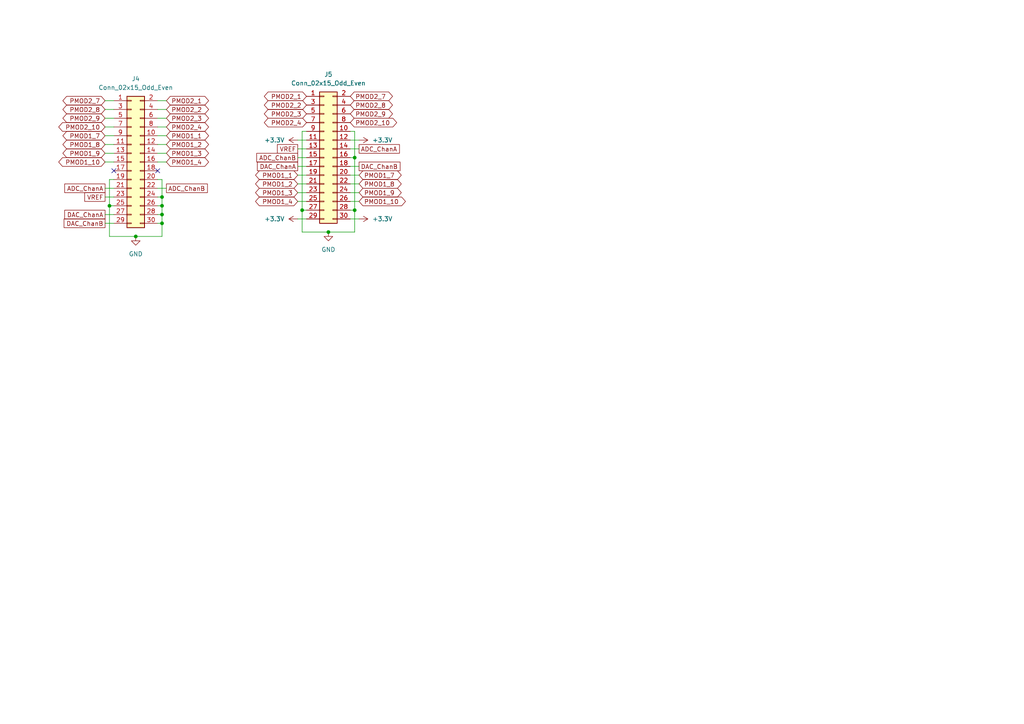
<source format=kicad_sch>
(kicad_sch (version 20230121) (generator eeschema)
  (paper "A4")
  (lib_symbols
    (symbol "Connector_Generic:Conn_02x15_Odd_Even" (pin_names (offset 1.016) hide)
      (property "Reference" "J" (at 1.27 20.32 0))
      (property "Value" "Conn_02x15_Odd_Even" (at 1.27 -20.32 0))
      (symbol "Conn_02x15_Odd_Even_1_1"
        (rectangle (start -1.27 -17.653) (end 0 -17.907) (stroke (width 0.1524)))
        (rectangle (start -1.27 -15.113) (end 0 -15.367) (stroke (width 0.1524)))
        (rectangle (start -1.27 -12.573) (end 0 -12.827) (stroke (width 0.1524)))
        (rectangle (start -1.27 -10.033) (end 0 -10.287) (stroke (width 0.1524)))
        (rectangle (start -1.27 -7.493) (end 0 -7.747) (stroke (width 0.1524)))
        (rectangle (start -1.27 -4.953) (end 0 -5.207) (stroke (width 0.1524)))
        (rectangle (start -1.27 -2.413) (end 0 -2.667) (stroke (width 0.1524)))
        (rectangle (start -1.27 0.127) (end 0 -0.127) (stroke (width 0.1524)))
        (rectangle (start -1.27 2.667) (end 0 2.413) (stroke (width 0.1524)))
        (rectangle (start -1.27 5.207) (end 0 4.953) (stroke (width 0.1524)))
        (rectangle (start -1.27 7.747) (end 0 7.493) (stroke (width 0.1524)))
        (rectangle (start -1.27 10.287) (end 0 10.033) (stroke (width 0.1524)))
        (rectangle (start -1.27 12.827) (end 0 12.573) (stroke (width 0.1524)))
        (rectangle (start -1.27 15.367) (end 0 15.113) (stroke (width 0.1524)))
        (rectangle (start -1.27 17.907) (end 0 17.653) (stroke (width 0.1524)))
        (rectangle (start -1.27 19.05) (end 3.81 -19.05) (stroke (width 0.254)) (fill (type background)))
        (rectangle (start 3.81 -17.653) (end 2.54 -17.907) (stroke (width 0.1524)))
        (rectangle (start 3.81 -15.113) (end 2.54 -15.367) (stroke (width 0.1524)))
        (rectangle (start 3.81 -12.573) (end 2.54 -12.827) (stroke (width 0.1524)))
        (rectangle (start 3.81 -10.033) (end 2.54 -10.287) (stroke (width 0.1524)))
        (rectangle (start 3.81 -7.493) (end 2.54 -7.747) (stroke (width 0.1524)))
        (rectangle (start 3.81 -4.953) (end 2.54 -5.207) (stroke (width 0.1524)))
        (rectangle (start 3.81 -2.413) (end 2.54 -2.667) (stroke (width 0.1524)))
        (rectangle (start 3.81 0.127) (end 2.54 -0.127) (stroke (width 0.1524)))
        (rectangle (start 3.81 2.667) (end 2.54 2.413) (stroke (width 0.1524)))
        (rectangle (start 3.81 5.207) (end 2.54 4.953) (stroke (width 0.1524)))
        (rectangle (start 3.81 7.747) (end 2.54 7.493) (stroke (width 0.1524)))
        (rectangle (start 3.81 10.287) (end 2.54 10.033) (stroke (width 0.1524)))
        (rectangle (start 3.81 12.827) (end 2.54 12.573) (stroke (width 0.1524)))
        (rectangle (start 3.81 15.367) (end 2.54 15.113) (stroke (width 0.1524)))
        (rectangle (start 3.81 17.907) (end 2.54 17.653) (stroke (width 0.1524)))
        (pin passive line (at -5.08 17.78 0) (length 3.81) (name "Pin_1") (number "1"))
        (pin passive line (at 7.62 7.62 180) (length 3.81) (name "Pin_10") (number "10"))
        (pin passive line (at -5.08 5.08 0) (length 3.81) (name "Pin_11") (number "11"))
        (pin passive line (at 7.62 5.08 180) (length 3.81) (name "Pin_12") (number "12"))
        (pin passive line (at -5.08 2.54 0) (length 3.81) (name "Pin_13") (number "13"))
        (pin passive line (at 7.62 2.54 180) (length 3.81) (name "Pin_14") (number "14"))
        (pin passive line (at -5.08 0 0) (length 3.81) (name "Pin_15") (number "15"))
        (pin passive line (at 7.62 0 180) (length 3.81) (name "Pin_16") (number "16"))
        (pin passive line (at -5.08 -2.54 0) (length 3.81) (name "Pin_17") (number "17"))
        (pin passive line (at 7.62 -2.54 180) (length 3.81) (name "Pin_18") (number "18"))
        (pin passive line (at -5.08 -5.08 0) (length 3.81) (name "Pin_19") (number "19"))
        (pin passive line (at 7.62 17.78 180) (length 3.81) (name "Pin_2") (number "2"))
        (pin passive line (at 7.62 -5.08 180) (length 3.81) (name "Pin_20") (number "20"))
        (pin passive line (at -5.08 -7.62 0) (length 3.81) (name "Pin_21") (number "21"))
        (pin passive line (at 7.62 -7.62 180) (length 3.81) (name "Pin_22") (number "22"))
        (pin passive line (at -5.08 -10.16 0) (length 3.81) (name "Pin_23") (number "23"))
        (pin passive line (at 7.62 -10.16 180) (length 3.81) (name "Pin_24") (number "24"))
        (pin passive line (at -5.08 -12.7 0) (length 3.81) (name "Pin_25") (number "25"))
        (pin passive line (at 7.62 -12.7 180) (length 3.81) (name "Pin_26") (number "26"))
        (pin passive line (at -5.08 -15.24 0) (length 3.81) (name "Pin_27") (number "27"))
        (pin passive line (at 7.62 -15.24 180) (length 3.81) (name "Pin_28") (number "28"))
        (pin passive line (at -5.08 -17.78 0) (length 3.81) (name "Pin_29") (number "29"))
        (pin passive line (at -5.08 15.24 0) (length 3.81) (name "Pin_3") (number "3"))
        (pin passive line (at 7.62 -17.78 180) (length 3.81) (name "Pin_30") (number "30"))
        (pin passive line (at 7.62 15.24 180) (length 3.81) (name "Pin_4") (number "4"))
        (pin passive line (at -5.08 12.7 0) (length 3.81) (name "Pin_5") (number "5"))
        (pin passive line (at 7.62 12.7 180) (length 3.81) (name "Pin_6") (number "6"))
        (pin passive line (at -5.08 10.16 0) (length 3.81) (name "Pin_7") (number "7"))
        (pin passive line (at 7.62 10.16 180) (length 3.81) (name "Pin_8") (number "8"))
        (pin passive line (at -5.08 7.62 0) (length 3.81) (name "Pin_9") (number "9"))
      )
    )
    (symbol "power:+3.3V" (power) (pin_names (offset 0))
      (property "Value" "+3.3V" (at 0 3.556 0))
      (symbol "+3.3V_0_1"
        (polyline (pts (xy -0.762 1.27) (xy 0 2.54)))
        (polyline (pts (xy 0 0) (xy 0 2.54)))
        (polyline (pts (xy 0 2.54) (xy 0.762 1.27)))
      )
      (symbol "+3.3V_1_1"
        (pin power_in line (at 0 0 90) (length 0) hide (name "+3.3V") (number "1"))
      )
    )
    (symbol "power:GND" (power) (pin_names (offset 0))
      (property "Value" "GND" (at 0 -3.81 0))
      (symbol "GND_0_1"
        (polyline (pts (xy 0 0) (xy 0 -1.27) (xy 1.27 -1.27) (xy 0 -2.54) (xy -1.27 -1.27) (xy 0 -1.27)))
      )
      (symbol "GND_1_1"
        (pin power_in line (at 0 0 270) (length 0) hide (name "GND") (number "1"))
      )
    )
  )
  (junction (at 87.63 60.96))
  (junction (at 39.37 68.58))
  (junction (at 31.75 59.69))
  (junction (at 46.99 62.23))
  (junction (at 102.87 60.96))
  (junction (at 95.25 67.31))
  (junction (at 46.99 59.69))
  (junction (at 46.99 64.77))
  (junction (at 46.99 57.15))
  (junction (at 102.87 45.72))
  (no_connect (at 33.02 49.53))
  (no_connect (at 45.72 49.53))
  (wire (pts (xy 102.87 45.72) (xy 102.87 60.96)))
  (wire (pts (xy 31.75 59.69) (xy 31.75 68.58)))
  (wire (pts (xy 101.6 50.8) (xy 104.14 50.8)))
  (wire (pts (xy 87.63 67.31) (xy 95.25 67.31)))
  (wire (pts (xy 30.48 57.15) (xy 33.02 57.15)))
  (wire (pts (xy 86.36 58.42) (xy 88.9 58.42)))
  (wire (pts (xy 30.48 54.61) (xy 33.02 54.61)))
  (wire (pts (xy 101.6 43.18) (xy 104.14 43.18)))
  (wire (pts (xy 88.9 38.1) (xy 87.63 38.1)))
  (wire (pts (xy 30.48 34.29) (xy 33.02 34.29)))
  (wire (pts (xy 46.99 57.15) (xy 46.99 59.69)))
  (wire (pts (xy 101.6 48.26) (xy 104.14 48.26)))
  (wire (pts (xy 46.99 59.69) (xy 46.99 62.23)))
  (wire (pts (xy 30.48 46.99) (xy 33.02 46.99)))
  (wire (pts (xy 48.26 46.99) (xy 45.72 46.99)))
  (wire (pts (xy 86.36 43.18) (xy 88.9 43.18)))
  (wire (pts (xy 101.6 55.88) (xy 104.14 55.88)))
  (wire (pts (xy 39.37 68.58) (xy 31.75 68.58)))
  (wire (pts (xy 45.72 54.61) (xy 48.26 54.61)))
  (wire (pts (xy 87.63 38.1) (xy 87.63 60.96)))
  (wire (pts (xy 102.87 38.1) (xy 102.87 45.72)))
  (wire (pts (xy 30.48 41.91) (xy 33.02 41.91)))
  (wire (pts (xy 30.48 64.77) (xy 33.02 64.77)))
  (wire (pts (xy 46.99 62.23) (xy 46.99 64.77)))
  (wire (pts (xy 102.87 67.31) (xy 102.87 60.96)))
  (wire (pts (xy 95.25 67.31) (xy 102.87 67.31)))
  (wire (pts (xy 30.48 31.75) (xy 33.02 31.75)))
  (wire (pts (xy 45.72 52.07) (xy 46.99 52.07)))
  (wire (pts (xy 45.72 62.23) (xy 46.99 62.23)))
  (wire (pts (xy 30.48 44.45) (xy 33.02 44.45)))
  (wire (pts (xy 48.26 39.37) (xy 45.72 39.37)))
  (wire (pts (xy 46.99 64.77) (xy 46.99 68.58)))
  (wire (pts (xy 30.48 62.23) (xy 33.02 62.23)))
  (wire (pts (xy 86.36 53.34) (xy 88.9 53.34)))
  (wire (pts (xy 48.26 34.29) (xy 45.72 34.29)))
  (wire (pts (xy 87.63 60.96) (xy 87.63 67.31)))
  (wire (pts (xy 101.6 60.96) (xy 102.87 60.96)))
  (wire (pts (xy 48.26 41.91) (xy 45.72 41.91)))
  (wire (pts (xy 48.26 36.83) (xy 45.72 36.83)))
  (wire (pts (xy 48.26 31.75) (xy 45.72 31.75)))
  (wire (pts (xy 46.99 59.69) (xy 45.72 59.69)))
  (wire (pts (xy 48.26 44.45) (xy 45.72 44.45)))
  (wire (pts (xy 30.48 39.37) (xy 33.02 39.37)))
  (wire (pts (xy 86.36 45.72) (xy 88.9 45.72)))
  (wire (pts (xy 45.72 57.15) (xy 46.99 57.15)))
  (wire (pts (xy 86.36 55.88) (xy 88.9 55.88)))
  (wire (pts (xy 86.36 63.5) (xy 88.9 63.5)))
  (wire (pts (xy 31.75 52.07) (xy 31.75 59.69)))
  (wire (pts (xy 45.72 64.77) (xy 46.99 64.77)))
  (wire (pts (xy 46.99 52.07) (xy 46.99 57.15)))
  (wire (pts (xy 101.6 63.5) (xy 104.14 63.5)))
  (wire (pts (xy 101.6 53.34) (xy 104.14 53.34)))
  (wire (pts (xy 101.6 40.64) (xy 104.14 40.64)))
  (wire (pts (xy 31.75 59.69) (xy 33.02 59.69)))
  (wire (pts (xy 33.02 52.07) (xy 31.75 52.07)))
  (wire (pts (xy 88.9 60.96) (xy 87.63 60.96)))
  (wire (pts (xy 46.99 68.58) (xy 39.37 68.58)))
  (wire (pts (xy 86.36 40.64) (xy 88.9 40.64)))
  (wire (pts (xy 86.36 48.26) (xy 88.9 48.26)))
  (wire (pts (xy 101.6 38.1) (xy 102.87 38.1)))
  (wire (pts (xy 30.48 29.21) (xy 33.02 29.21)))
  (wire (pts (xy 48.26 29.21) (xy 45.72 29.21)))
  (wire (pts (xy 101.6 45.72) (xy 102.87 45.72)))
  (wire (pts (xy 86.36 50.8) (xy 88.9 50.8)))
  (wire (pts (xy 101.6 58.42) (xy 104.14 58.42)))
  (wire (pts (xy 30.48 36.83) (xy 33.02 36.83)))
  (global_label "PMOD2_10" (shape bidirectional) (at 30.48 36.83 180) (property "Intersheetrefs" "${INTERSHEET_REFS}" (effects hide)))
  (global_label "PMOD2_10" (shape bidirectional) (at 101.6 35.56 0) (property "Intersheetrefs" "${INTERSHEET_REFS}" (effects hide)))
  (global_label "PMOD1_4" (shape bidirectional) (at 48.26 46.99 0) (property "Intersheetrefs" "${INTERSHEET_REFS}" (effects hide)))
  (global_label "PMOD2_4" (shape bidirectional) (at 48.26 36.83 0) (property "Intersheetrefs" "${INTERSHEET_REFS}" (effects hide)))
  (global_label "PMOD2_2" (shape bidirectional) (at 48.26 31.75 0) (property "Intersheetrefs" "${INTERSHEET_REFS}" (effects hide)))
  (global_label "PMOD2_1" (shape bidirectional) (at 48.26 29.21 0) (property "Intersheetrefs" "${INTERSHEET_REFS}" (effects hide)))
  (global_label "PMOD1_4" (shape bidirectional) (at 86.36 58.42 180) (property "Intersheetrefs" "${INTERSHEET_REFS}" (effects hide)))
  (global_label "PMOD1_8" (shape bidirectional) (at 30.48 41.91 180) (property "Intersheetrefs" "${INTERSHEET_REFS}" (effects hide)))
  (global_label "PMOD1_2" (shape bidirectional) (at 48.26 41.91 0) (property "Intersheetrefs" "${INTERSHEET_REFS}" (effects hide)))
  (global_label "PMOD1_2" (shape bidirectional) (at 86.36 53.34 180) (property "Intersheetrefs" "${INTERSHEET_REFS}" (effects hide)))
  (global_label "VREF" (shape passive) (at 30.48 57.15 180) (property "Intersheetrefs" "${INTERSHEET_REFS}" (effects hide)))
  (global_label "PMOD2_2" (shape bidirectional) (at 88.9 30.48 180) (property "Intersheetrefs" "${INTERSHEET_REFS}" (effects hide)))
  (global_label "PMOD2_9" (shape bidirectional) (at 101.6 33.02 0) (property "Intersheetrefs" "${INTERSHEET_REFS}" (effects hide)))
  (global_label "PMOD2_1" (shape bidirectional) (at 88.9 27.94 180) (property "Intersheetrefs" "${INTERSHEET_REFS}" (effects hide)))
  (global_label "DAC_ChanB" (shape passive) (at 30.48 64.77 180) (property "Intersheetrefs" "${INTERSHEET_REFS}" (effects hide)))
  (global_label "PMOD2_3" (shape bidirectional) (at 48.26 34.29 0) (property "Intersheetrefs" "${INTERSHEET_REFS}" (effects hide)))
  (global_label "ADC_ChanA" (shape passive) (at 30.48 54.61 180) (property "Intersheetrefs" "${INTERSHEET_REFS}" (effects hide)))
  (global_label "PMOD1_9" (shape bidirectional) (at 104.14 55.88 0) (property "Intersheetrefs" "${INTERSHEET_REFS}" (effects hide)))
  (global_label "PMOD2_8" (shape bidirectional) (at 30.48 31.75 180) (property "Intersheetrefs" "${INTERSHEET_REFS}" (effects hide)))
  (global_label "DAC_ChanA" (shape passive) (at 30.48 62.23 180) (property "Intersheetrefs" "${INTERSHEET_REFS}" (effects hide)))
  (global_label "PMOD2_7" (shape bidirectional) (at 101.6 27.94 0) (property "Intersheetrefs" "${INTERSHEET_REFS}" (effects hide)))
  (global_label "DAC_ChanB" (shape passive) (at 104.14 48.26 0) (property "Intersheetrefs" "${INTERSHEET_REFS}" (effects hide)))
  (global_label "ADC_ChanB" (shape passive) (at 86.36 45.72 180) (property "Intersheetrefs" "${INTERSHEET_REFS}" (effects hide)))
  (global_label "PMOD1_9" (shape bidirectional) (at 30.48 44.45 180) (property "Intersheetrefs" "${INTERSHEET_REFS}" (effects hide)))
  (global_label "PMOD1_10" (shape bidirectional) (at 30.48 46.99 180) (property "Intersheetrefs" "${INTERSHEET_REFS}" (effects hide)))
  (global_label "PMOD1_1" (shape bidirectional) (at 48.26 39.37 0) (property "Intersheetrefs" "${INTERSHEET_REFS}" (effects hide)))
  (global_label "PMOD1_10" (shape bidirectional) (at 104.14 58.42 0) (property "Intersheetrefs" "${INTERSHEET_REFS}" (effects hide)))
  (global_label "PMOD1_7" (shape bidirectional) (at 104.14 50.8 0) (property "Intersheetrefs" "${INTERSHEET_REFS}" (effects hide)))
  (global_label "PMOD1_7" (shape bidirectional) (at 30.48 39.37 180) (property "Intersheetrefs" "${INTERSHEET_REFS}" (effects hide)))
  (global_label "PMOD2_7" (shape bidirectional) (at 30.48 29.21 180) (property "Intersheetrefs" "${INTERSHEET_REFS}" (effects hide)))
  (global_label "PMOD1_1" (shape bidirectional) (at 86.36 50.8 180) (property "Intersheetrefs" "${INTERSHEET_REFS}" (effects hide)))
  (global_label "ADC_ChanB" (shape passive) (at 48.26 54.61 0) (property "Intersheetrefs" "${INTERSHEET_REFS}" (effects hide)))
  (global_label "DAC_ChanA" (shape passive) (at 86.36 48.26 180) (property "Intersheetrefs" "${INTERSHEET_REFS}" (effects hide)))
  (global_label "PMOD2_3" (shape bidirectional) (at 88.9 33.02 180) (property "Intersheetrefs" "${INTERSHEET_REFS}" (effects hide)))
  (global_label "PMOD2_8" (shape bidirectional) (at 101.6 30.48 0) (property "Intersheetrefs" "${INTERSHEET_REFS}" (effects hide)))
  (global_label "PMOD1_3" (shape bidirectional) (at 48.26 44.45 0) (property "Intersheetrefs" "${INTERSHEET_REFS}" (effects hide)))
  (global_label "ADC_ChanA" (shape passive) (at 104.14 43.18 0) (property "Intersheetrefs" "${INTERSHEET_REFS}" (effects hide)))
  (global_label "PMOD2_9" (shape bidirectional) (at 30.48 34.29 180) (property "Intersheetrefs" "${INTERSHEET_REFS}" (effects hide)))
  (global_label "PMOD2_4" (shape bidirectional) (at 88.9 35.56 180) (property "Intersheetrefs" "${INTERSHEET_REFS}" (effects hide)))
  (global_label "VREF" (shape passive) (at 86.36 43.18 180) (property "Intersheetrefs" "${INTERSHEET_REFS}" (effects hide)))
  (global_label "PMOD1_8" (shape bidirectional) (at 104.14 53.34 0) (property "Intersheetrefs" "${INTERSHEET_REFS}" (effects hide)))
  (global_label "PMOD1_3" (shape bidirectional) (at 86.36 55.88 180) (property "Intersheetrefs" "${INTERSHEET_REFS}" (effects hide)))
  (symbol (lib_id "power:+3.3V") (at 104.14 63.5 270) (unit 1)
    (property "Reference" "#PWR01" (effects hide))
    (property "Value" "+3.3V" (at 107.95 63.5 90) (effects (justify left)))
    (instances (project "gecko5education" (path "" (reference "#PWR01") (unit 1)) (path "" (reference "#PWR017") (unit 1))) (project "cpuAddOn" (path "" (reference "#PWR039") (unit 1))) (project "perifAddOn" (path "" (reference "#PWR019") (unit 1)) (path "" (reference "#PWR037") (unit 1)) (path "" (reference "#PWR047") (unit 1)) (path "" (reference "#PWR057") (unit 1))))
  )
  (symbol (lib_id "Connector_Generic:Conn_02x15_Odd_Even") (at 93.98 45.72 0) (unit 1)
    (property "Reference" "J5" (at 95.25 21.59 0))
    (property "Value" "Conn_02x15_Odd_Even" (at 95.25 24.13 0))
    (property "Footprint" "Connector_PinSocket_2.54mm:PinSocket_2x15_P2.54mm_Horizontal" (effects hide))
  )
  (symbol (lib_id "power:+3.3V") (at 86.36 40.64 90) (unit 1)
    (property "Reference" "#PWR01" (effects hide))
    (property "Value" "+3.3V" (at 82.55 40.64 90) (effects (justify left)))
    (instances (project "gecko5education" (path "" (reference "#PWR01") (unit 1)) (path "" (reference "#PWR017") (unit 1))) (project "cpuAddOn" (path "" (reference "#PWR039") (unit 1))) (project "perifAddOn" (path "" (reference "#PWR019") (unit 1)) (path "" (reference "#PWR037") (unit 1)) (path "" (reference "#PWR047") (unit 1)) (path "" (reference "#PWR060") (unit 1))))
  )
  (symbol (lib_id "Connector_Generic:Conn_02x15_Odd_Even") (at 38.1 46.99 0) (unit 1)
    (property "Reference" "J4" (at 39.37 22.86 0))
    (property "Value" "Conn_02x15_Odd_Even" (at 39.37 25.4 0))
    (property "Footprint" "Connector_PinHeader_2.54mm:PinHeader_2x15_P2.54mm_Horizontal" (effects hide))
  )
  (symbol (lib_id "power:+3.3V") (at 104.14 40.64 270) (unit 1)
    (property "Reference" "#PWR01" (effects hide))
    (property "Value" "+3.3V" (at 107.95 40.64 90) (effects (justify left)))
    (instances (project "gecko5education" (path "" (reference "#PWR01") (unit 1)) (path "" (reference "#PWR017") (unit 1))) (project "cpuAddOn" (path "" (reference "#PWR039") (unit 1))) (project "perifAddOn" (path "" (reference "#PWR019") (unit 1)) (path "" (reference "#PWR037") (unit 1)) (path "" (reference "#PWR047") (unit 1)) (path "" (reference "#PWR059") (unit 1))))
  )
  (symbol (lib_id "power:GND") (at 39.37 68.58 0) (unit 1)
    (property "Reference" "#PWR054" (effects hide))
    (property "Value" "GND" (at 39.37 73.66 0))
    (instances (project "gecko5education" (path "" (reference "#PWR054") (unit 1))) (project "cpuAddOn" (path "" (reference "#PWR0109") (unit 1))) (project "perifAddOn" (path "" (reference "#PWR042") (unit 1)) (path "" (reference "#PWR061") (unit 1))))
  )
  (symbol (lib_id "power:+3.3V") (at 86.36 63.5 90) (unit 1)
    (property "Reference" "#PWR01" (effects hide))
    (property "Value" "+3.3V" (at 82.55 63.5 90) (effects (justify left)))
    (instances (project "gecko5education" (path "" (reference "#PWR01") (unit 1)) (path "" (reference "#PWR017") (unit 1))) (project "cpuAddOn" (path "" (reference "#PWR039") (unit 1))) (project "perifAddOn" (path "" (reference "#PWR019") (unit 1)) (path "" (reference "#PWR037") (unit 1)) (path "" (reference "#PWR047") (unit 1)) (path "" (reference "#PWR056") (unit 1))))
  )
  (symbol (lib_id "power:GND") (at 95.25 67.31 0) (unit 1)
    (property "Reference" "#PWR054" (effects hide))
    (property "Value" "GND" (at 95.25 72.39 0))
    (instances (project "gecko5education" (path "" (reference "#PWR054") (unit 1))) (project "cpuAddOn" (path "" (reference "#PWR0109") (unit 1))) (project "perifAddOn" (path "" (reference "#PWR042") (unit 1)) (path "" (reference "#PWR058") (unit 1))))
  )
)
</source>
